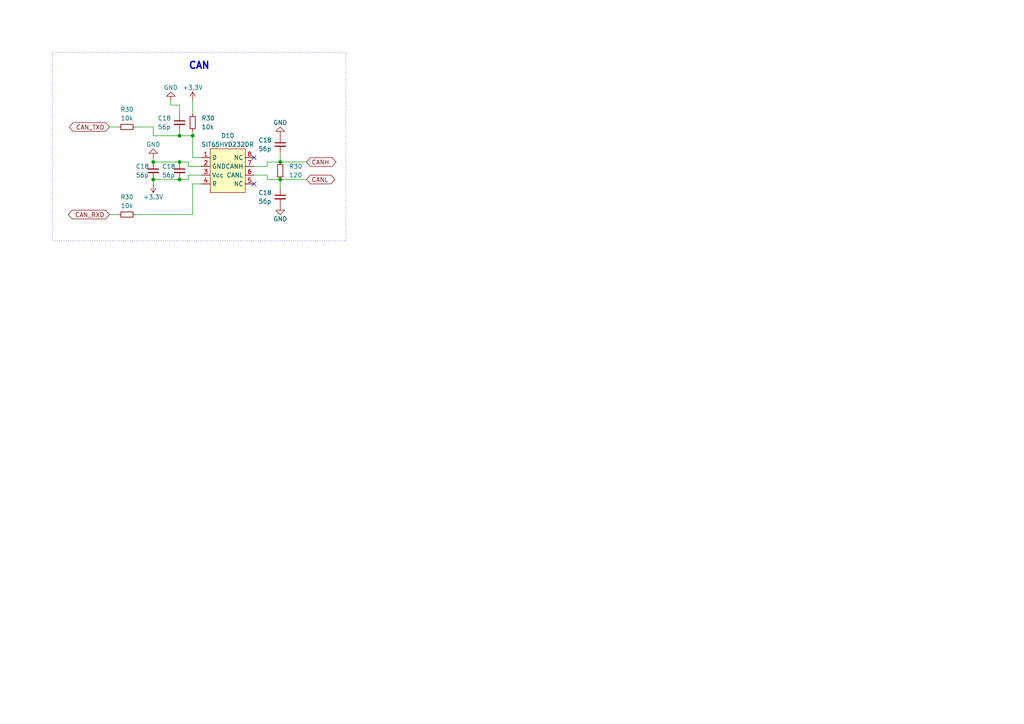
<source format=kicad_sch>
(kicad_sch (version 20230121) (generator eeschema)
  (paper "A4")
  (lib_symbols
    (symbol "CAN_My:SIT65HVD232DR"
      (property "Reference" "D" (at 0 5.08 0))
      (property "Value" "SIT65HVD232DR" (at 0 2.54 0))
      (symbol "SIT65HVD232DR_1_1"
        (rectangle (start -5.08 0) (end 5.08 -12.7) (fill (type background)))
        (pin input line (at -7.62 -2.54 0) (length 2.54) (name "D") (number "1"))
        (pin input line (at -7.62 -5.08 0) (length 2.54) (name "GND") (number "2"))
        (pin input line (at -7.62 -7.62 0) (length 2.54) (name "Vcc") (number "3"))
        (pin input line (at -7.62 -10.16 0) (length 2.54) (name "R") (number "4"))
        (pin input line (at 7.62 -10.16 180) (length 2.54) (name "NC") (number "5"))
        (pin input line (at 7.62 -7.62 180) (length 2.54) (name "CANL") (number "6"))
        (pin input line (at 7.62 -5.08 180) (length 2.54) (name "CANH") (number "7"))
        (pin input line (at 7.62 -2.54 180) (length 2.54) (name "NC") (number "8"))
      )
    )
    (symbol "Device:C_Small" (pin_numbers hide) (pin_names (offset 0.254) hide)
      (property "Reference" "C" (at 0.254 1.778 0))
      (property "Value" "C_Small" (at 0.254 -2.032 0))
      (symbol "C_Small_0_1"
        (polyline (pts (xy -1.524 -0.508) (xy 1.524 -0.508)) (stroke (width 0.3302)))
        (polyline (pts (xy -1.524 0.508) (xy 1.524 0.508)) (stroke (width 0.3048)))
      )
      (symbol "C_Small_1_1"
        (pin passive line (at 0 2.54 270) (length 2.032) (name "~") (number "1"))
        (pin passive line (at 0 -2.54 90) (length 2.032) (name "~") (number "2"))
      )
    )
    (symbol "Device:R_Small" (pin_numbers hide) (pin_names (offset 0.254) hide)
      (property "Reference" "R" (at 0.762 0.508 0))
      (property "Value" "R_Small" (at 0.762 -1.016 0))
      (symbol "R_Small_0_1"
        (rectangle (start -0.762 1.778) (end 0.762 -1.778) (stroke (width 0.2032)))
      )
      (symbol "R_Small_1_1"
        (pin passive line (at 0 2.54 270) (length 0.762) (name "~") (number "1"))
        (pin passive line (at 0 -2.54 90) (length 0.762) (name "~") (number "2"))
      )
    )
    (symbol "power:+3.3V" (power) (pin_names (offset 0))
      (property "Value" "+3.3V" (at 0 3.556 0))
      (symbol "+3.3V_0_1"
        (polyline (pts (xy -0.762 1.27) (xy 0 2.54)))
        (polyline (pts (xy 0 0) (xy 0 2.54)))
        (polyline (pts (xy 0 2.54) (xy 0.762 1.27)))
      )
      (symbol "+3.3V_1_1"
        (pin power_in line (at 0 0 90) (length 0) hide (name "+3.3V") (number "1"))
      )
    )
    (symbol "power:GND" (power) (pin_names (offset 0))
      (property "Value" "GND" (at 0 -3.81 0))
      (symbol "GND_0_1"
        (polyline (pts (xy 0 0) (xy 0 -1.27) (xy 1.27 -1.27) (xy 0 -2.54) (xy -1.27 -1.27) (xy 0 -1.27)))
      )
      (symbol "GND_1_1"
        (pin power_in line (at 0 0 270) (length 0) hide (name "GND") (number "1"))
      )
    )
  )
  (junction (at 52.07 52.07))
  (junction (at 81.28 52.07))
  (junction (at 52.07 46.99))
  (junction (at 44.45 52.07))
  (junction (at 44.45 46.99))
  (junction (at 55.88 39.37))
  (junction (at 52.07 39.37))
  (junction (at 81.28 46.99))
  (no_connect (at 73.66 45.72))
  (no_connect (at 73.66 53.34))
  (wire (pts (xy 44.45 52.07) (xy 44.45 53.34)))
  (wire (pts (xy 49.53 30.48) (xy 52.07 30.48)))
  (wire (pts (xy 81.28 44.45) (xy 81.28 46.99)))
  (wire (pts (xy 55.88 29.21) (xy 55.88 33.02)))
  (wire (pts (xy 31.75 36.83) (xy 34.29 36.83)))
  (wire (pts (xy 31.75 62.23) (xy 34.29 62.23)))
  (wire (pts (xy 44.45 46.99) (xy 52.07 46.99)))
  (wire (pts (xy 44.45 45.72) (xy 44.45 46.99)))
  (wire (pts (xy 44.45 39.37) (xy 52.07 39.37)))
  (wire (pts (xy 54.61 48.26) (xy 58.42 48.26)))
  (wire (pts (xy 44.45 52.07) (xy 52.07 52.07)))
  (wire (pts (xy 52.07 52.07) (xy 54.61 52.07)))
  (wire (pts (xy 73.66 50.8) (xy 77.47 50.8)))
  (wire (pts (xy 77.47 52.07) (xy 81.28 52.07)))
  (wire (pts (xy 81.28 46.99) (xy 88.9 46.99)))
  (wire (pts (xy 55.88 39.37) (xy 55.88 38.1)))
  (wire (pts (xy 58.42 45.72) (xy 55.88 45.72)))
  (wire (pts (xy 81.28 52.07) (xy 88.9 52.07)))
  (wire (pts (xy 55.88 62.23) (xy 55.88 53.34)))
  (wire (pts (xy 39.37 36.83) (xy 44.45 36.83)))
  (wire (pts (xy 77.47 50.8) (xy 77.47 52.07)))
  (wire (pts (xy 52.07 39.37) (xy 55.88 39.37)))
  (wire (pts (xy 52.07 30.48) (xy 52.07 33.02)))
  (wire (pts (xy 39.37 62.23) (xy 55.88 62.23)))
  (wire (pts (xy 54.61 50.8) (xy 58.42 50.8)))
  (wire (pts (xy 73.66 48.26) (xy 77.47 48.26)))
  (wire (pts (xy 52.07 46.99) (xy 54.61 46.99)))
  (wire (pts (xy 49.53 29.21) (xy 49.53 30.48)))
  (wire (pts (xy 54.61 52.07) (xy 54.61 50.8)))
  (wire (pts (xy 81.28 52.07) (xy 81.28 54.61)))
  (wire (pts (xy 55.88 53.34) (xy 58.42 53.34)))
  (wire (pts (xy 77.47 46.99) (xy 81.28 46.99)))
  (wire (pts (xy 77.47 48.26) (xy 77.47 46.99)))
  (wire (pts (xy 52.07 38.1) (xy 52.07 39.37)))
  (wire (pts (xy 44.45 36.83) (xy 44.45 39.37)))
  (wire (pts (xy 54.61 46.99) (xy 54.61 48.26)))
  (wire (pts (xy 55.88 39.37) (xy 55.88 45.72)))
  (rectangle (start 15.24 15.24) (end 100.33 69.85) (stroke (width 0) (type dot)))
  (text "CAN" (at 54.61 20.32 0) (effects (font (size 2 2) bold) (justify left bottom)))
  (global_label "CANH" (shape bidirectional) (at 88.9 46.99 0) (property "Intersheetrefs" "${INTERSHEET_REFS}" (effects hide)))
  (global_label "CAN_RXD" (shape bidirectional) (at 31.75 62.23 180) (property "Intersheetrefs" "${INTERSHEET_REFS}" (effects hide)))
  (global_label "CANL" (shape bidirectional) (at 88.9 52.07 0) (property "Intersheetrefs" "${INTERSHEET_REFS}" (effects hide)))
  (global_label "CAN_TXD" (shape bidirectional) (at 31.75 36.83 180) (property "Intersheetrefs" "${INTERSHEET_REFS}" (effects hide)))
  (symbol (lib_id "power:GND") (at 49.53 29.21 180) (unit 1)
    (property "Reference" "#PWR053" (effects hide))
    (property "Value" "GND" (at 49.53 25.4 0))
    (instances (project "Плата управления" (path "" (reference "#PWR053") (unit 1)) (path "" (reference "#PWR028") (unit 1)) (path "" (reference "#PWR0101") (unit 1)) (path "" (reference "#PWR0110") (unit 1))) (project "Силовая плата" (path "" (reference "#PWR06") (unit 1)) (path "" (reference "#PWR013") (unit 1)) (path "" (reference "#PWR025") (unit 1))))
  )
  (symbol (lib_id "Device:C_Small") (at 52.07 35.56 0) (unit 1)
    (property "Reference" "C18" (at 45.72 34.29 0) (effects (justify left)))
    (property "Value" "56p" (at 45.72 36.83 0) (effects (justify left)))
    (property "Footprint" "Capacitor_SMD:C_0603_1608Metric_Pad1.08x0.95mm_HandSolder" (effects hide))
    (instances (project "Плата управления" (path "" (reference "C18") (unit 1)) (path "" (reference "C12") (unit 1)) (path "" (reference "C53") (unit 1)) (path "" (reference "C57") (unit 1))) (project "Силовая плата" (path "" (reference "C10") (unit 1)) (path "" (reference "C11") (unit 1)) (path "" (reference "C14") (unit 1))))
  )
  (symbol (lib_id "power:+3.3V") (at 55.88 29.21 0) (unit 1)
    (property "Reference" "#PWR0102" (effects hide))
    (property "Value" "+3.3V" (at 55.88 25.4 0))
    (instances (project "Плата управления" (path "" (reference "#PWR0102") (unit 1)) (path "" (reference "#PWR0111") (unit 1))))
  )
  (symbol (lib_id "Device:R_Small") (at 36.83 62.23 270) (unit 1)
    (property "Reference" "R30" (at 36.83 57.15 90))
    (property "Value" "10k" (at 36.83 59.69 90))
    (property "Footprint" "Resistor_SMD:R_0603_1608Metric_Pad0.98x0.95mm_HandSolder" (effects hide))
    (instances (project "Плата управления" (path "" (reference "R30") (unit 1)) (path "" (reference "R20") (unit 1)) (path "" (reference "R33") (unit 1)) (path "" (reference "R15") (unit 1))) (project "Силовая плата" (path "" (reference "R2") (unit 1))))
  )
  (symbol (lib_id "power:GND") (at 81.28 59.69 0) (unit 1)
    (property "Reference" "#PWR053" (effects hide))
    (property "Value" "GND" (at 81.28 63.5 0))
    (instances (project "Плата управления" (path "" (reference "#PWR053") (unit 1)) (path "" (reference "#PWR028") (unit 1)) (path "" (reference "#PWR0104") (unit 1)) (path "" (reference "#PWR0113") (unit 1))) (project "Силовая плата" (path "" (reference "#PWR06") (unit 1)) (path "" (reference "#PWR013") (unit 1)) (path "" (reference "#PWR025") (unit 1))))
  )
  (symbol (lib_id "Device:C_Small") (at 81.28 57.15 0) (unit 1)
    (property "Reference" "C18" (at 74.93 55.88 0) (effects (justify left)))
    (property "Value" "56p" (at 74.93 58.42 0) (effects (justify left)))
    (property "Footprint" "Capacitor_SMD:C_0603_1608Metric_Pad1.08x0.95mm_HandSolder" (effects hide))
    (instances (project "Плата управления" (path "" (reference "C18") (unit 1)) (path "" (reference "C12") (unit 1)) (path "" (reference "C56") (unit 1)) (path "" (reference "C60") (unit 1))) (project "Силовая плата" (path "" (reference "C10") (unit 1)) (path "" (reference "C11") (unit 1)) (path "" (reference "C14") (unit 1))))
  )
  (symbol (lib_id "power:+3.3V") (at 44.45 53.34 180) (unit 1)
    (property "Reference" "#PWR0100" (effects hide))
    (property "Value" "+3.3V" (at 44.45 57.15 0))
    (instances (project "Плата управления" (path "" (reference "#PWR0100") (unit 1)) (path "" (reference "#PWR0109") (unit 1))))
  )
  (symbol (lib_id "Device:C_Small") (at 52.07 49.53 0) (unit 1)
    (property "Reference" "C18" (at 46.99 48.26 0) (effects (justify left)))
    (property "Value" "56p" (at 46.99 50.8 0) (effects (justify left)))
    (property "Footprint" "Capacitor_SMD:C_0603_1608Metric_Pad1.08x0.95mm_HandSolder" (effects hide))
    (instances (project "Плата управления" (path "" (reference "C18") (unit 1)) (path "" (reference "C12") (unit 1)) (path "" (reference "C54") (unit 1)) (path "" (reference "C58") (unit 1))) (project "Силовая плата" (path "" (reference "C10") (unit 1)) (path "" (reference "C11") (unit 1)) (path "" (reference "C14") (unit 1))))
  )
  (symbol (lib_id "Device:R_Small") (at 55.88 35.56 180) (unit 1)
    (property "Reference" "R30" (at 58.42 34.29 0) (effects (justify right)))
    (property "Value" "10k" (at 58.42 36.83 0) (effects (justify right)))
    (property "Footprint" "Resistor_SMD:R_0603_1608Metric_Pad0.98x0.95mm_HandSolder" (effects hide))
    (instances (project "Плата управления" (path "" (reference "R30") (unit 1)) (path "" (reference "R20") (unit 1)) (path "" (reference "R34") (unit 1)) (path "" (reference "R20") (unit 1))) (project "Силовая плата" (path "" (reference "R2") (unit 1))))
  )
  (symbol (lib_id "power:GND") (at 81.28 39.37 180) (unit 1)
    (property "Reference" "#PWR053" (effects hide))
    (property "Value" "GND" (at 81.28 35.56 0))
    (instances (project "Плата управления" (path "" (reference "#PWR053") (unit 1)) (path "" (reference "#PWR028") (unit 1)) (path "" (reference "#PWR0103") (unit 1)) (path "" (reference "#PWR0112") (unit 1))) (project "Силовая плата" (path "" (reference "#PWR06") (unit 1)) (path "" (reference "#PWR013") (unit 1)) (path "" (reference "#PWR025") (unit 1))))
  )
  (symbol (lib_id "Device:R_Small") (at 81.28 49.53 180) (unit 1)
    (property "Reference" "R30" (at 83.82 48.26 0) (effects (justify right)))
    (property "Value" "120" (at 83.82 50.8 0) (effects (justify right)))
    (property "Footprint" "Resistor_SMD:R_0603_1608Metric_Pad0.98x0.95mm_HandSolder" (effects hide))
    (instances (project "Плата управления" (path "" (reference "R30") (unit 1)) (path "" (reference "R20") (unit 1)) (path "" (reference "R35") (unit 1)) (path "" (reference "R36") (unit 1))) (project "Силовая плата" (path "" (reference "R2") (unit 1))))
  )
  (symbol (lib_id "power:GND") (at 44.45 45.72 180) (unit 1)
    (property "Reference" "#PWR053" (effects hide))
    (property "Value" "GND" (at 44.45 41.91 0))
    (instances (project "Плата управления" (path "" (reference "#PWR053") (unit 1)) (path "" (reference "#PWR028") (unit 1)) (path "" (reference "#PWR099") (unit 1)) (path "" (reference "#PWR0108") (unit 1))) (project "Силовая плата" (path "" (reference "#PWR06") (unit 1)) (path "" (reference "#PWR013") (unit 1)) (path "" (reference "#PWR025") (unit 1))))
  )
  (symbol (lib_id "Device:C_Small") (at 44.45 49.53 0) (unit 1)
    (property "Reference" "C18" (at 39.37 48.26 0) (effects (justify left)))
    (property "Value" "56p" (at 39.37 50.8 0) (effects (justify left)))
    (property "Footprint" "Capacitor_SMD:C_0603_1608Metric_Pad1.08x0.95mm_HandSolder" (effects hide))
    (instances (project "Плата управления" (path "" (reference "C18") (unit 1)) (path "" (reference "C12") (unit 1)) (path "" (reference "C52") (unit 1)) (path "" (reference "C11") (unit 1))) (project "Силовая плата" (path "" (reference "C10") (unit 1)) (path "" (reference "C11") (unit 1)) (path "" (reference "C14") (unit 1))))
  )
  (symbol (lib_id "Device:C_Small") (at 81.28 41.91 0) (unit 1)
    (property "Reference" "C18" (at 74.93 40.64 0) (effects (justify left)))
    (property "Value" "56p" (at 74.93 43.18 0) (effects (justify left)))
    (property "Footprint" "Capacitor_SMD:C_0603_1608Metric_Pad1.08x0.95mm_HandSolder" (effects hide))
    (instances (project "Плата управления" (path "" (reference "C18") (unit 1)) (path "" (reference "C12") (unit 1)) (path "" (reference "C55") (unit 1)) (path "" (reference "C59") (unit 1))) (project "Силовая плата" (path "" (reference "C10") (unit 1)) (path "" (reference "C11") (unit 1)) (path "" (reference "C14") (unit 1))))
  )
  (symbol (lib_id "CAN_My:SIT65HVD232DR") (at 66.04 43.18 0) (unit 1)
    (property "Reference" "D10" (at 66.04 39.37 0))
    (property "Value" "SIT65HVD232DR" (at 66.04 41.91 0))
    (property "Footprint" "Package_SO:SOIC-8_3.9x4.9mm_P1.27mm" (effects hide))
    (instances (project "Плата управления" (path "" (reference "D10") (unit 1)) (path "" (reference "D11") (unit 1))))
  )
  (symbol (lib_id "Device:R_Small") (at 36.83 36.83 270) (unit 1)
    (property "Reference" "R30" (at 36.83 31.75 90))
    (property "Value" "10k" (at 36.83 34.29 90))
    (property "Footprint" "Resistor_SMD:R_0603_1608Metric_Pad0.98x0.95mm_HandSolder" (effects hide))
    (instances (project "Плата управления" (path "" (reference "R30") (unit 1)) (path "" (reference "R20") (unit 1)) (path "" (reference "R32") (unit 1)) (path "" (reference "R14") (unit 1))) (project "Силовая плата" (path "" (reference "R2") (unit 1))))
  )
)
</source>
